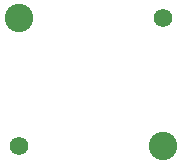
<source format=gbr>
%TF.GenerationSoftware,KiCad,Pcbnew,9.0.0*%
%TF.CreationDate,2025-04-02T01:46:26-07:00*%
%TF.ProjectId,LEDBoardUnhaunted,4c454442-6f61-4726-9455-6e6861756e74,rev?*%
%TF.SameCoordinates,Original*%
%TF.FileFunction,Soldermask,Bot*%
%TF.FilePolarity,Negative*%
%FSLAX46Y46*%
G04 Gerber Fmt 4.6, Leading zero omitted, Abs format (unit mm)*
G04 Created by KiCad (PCBNEW 9.0.0) date 2025-04-02 01:46:26*
%MOMM*%
%LPD*%
G01*
G04 APERTURE LIST*
%ADD10C,1.574800*%
%ADD11C,2.413000*%
G04 APERTURE END LIST*
D10*
%TO.C,H4*%
X126288800Y-104267000D03*
%TD*%
D11*
%TO.C,H1*%
X126288800Y-93472000D03*
%TD*%
D10*
%TO.C,H3*%
X138480800Y-93472000D03*
%TD*%
D11*
%TO.C,H2*%
X138480800Y-104267000D03*
%TD*%
M02*

</source>
